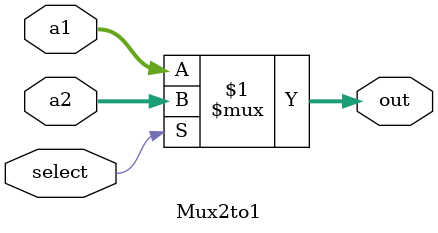
<source format=v>
module Mux2to1(input [31:0] a1 , a2 , input select, output [31:0]out);

    assign out = select?a2:a1;


endmodule

</source>
